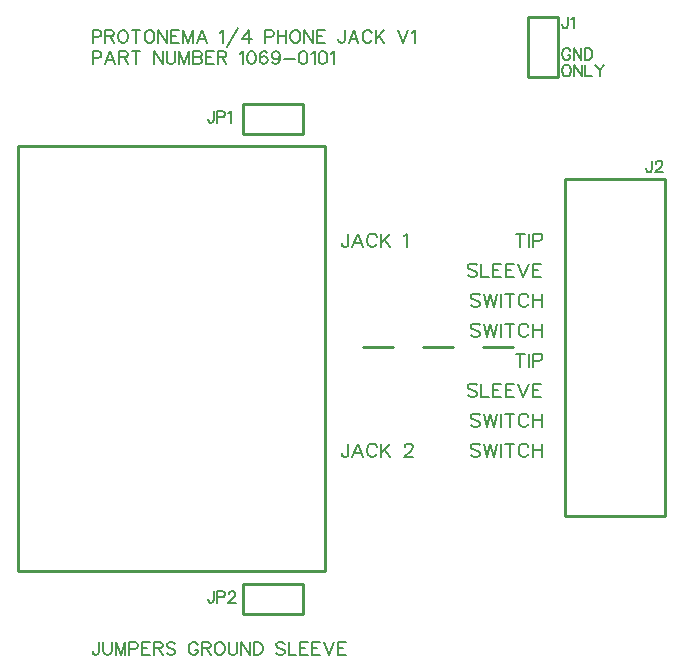
<source format=gto>
G04 Layer: TopSilkscreenLayer*
G04 Panelize: , Column: 2, Row: 2, Board Size: 58.42mm x 58.42mm, Panelized Board Size: 118.84mm x 118.84mm*
G04 EasyEDA v6.5.34, 2023-08-21 18:11:39*
G04 c5000755a1824bbf9c005c744657698a,5a6b42c53f6a479593ecc07194224c93,10*
G04 Gerber Generator version 0.2*
G04 Scale: 100 percent, Rotated: No, Reflected: No *
G04 Dimensions in millimeters *
G04 leading zeros omitted , absolute positions ,4 integer and 5 decimal *
%FSLAX45Y45*%
%MOMM*%

%ADD10C,0.1524*%
%ADD11C,0.2540*%

%LPD*%
D10*
X762000Y5423915D02*
G01*
X762000Y5314950D01*
X762000Y5423915D02*
G01*
X808736Y5423915D01*
X824229Y5418836D01*
X829563Y5413502D01*
X834644Y5403087D01*
X834644Y5387594D01*
X829563Y5377179D01*
X824229Y5372100D01*
X808736Y5366765D01*
X762000Y5366765D01*
X910589Y5423915D02*
G01*
X868934Y5314950D01*
X910589Y5423915D02*
G01*
X952245Y5314950D01*
X884681Y5351271D02*
G01*
X936497Y5351271D01*
X986536Y5423915D02*
G01*
X986536Y5314950D01*
X986536Y5423915D02*
G01*
X1033271Y5423915D01*
X1048765Y5418836D01*
X1054100Y5413502D01*
X1059179Y5403087D01*
X1059179Y5392673D01*
X1054100Y5382260D01*
X1048765Y5377179D01*
X1033271Y5372100D01*
X986536Y5372100D01*
X1022857Y5372100D02*
G01*
X1059179Y5314950D01*
X1129792Y5423915D02*
G01*
X1129792Y5314950D01*
X1093470Y5423915D02*
G01*
X1166113Y5423915D01*
X1280413Y5423915D02*
G01*
X1280413Y5314950D01*
X1280413Y5423915D02*
G01*
X1353312Y5314950D01*
X1353312Y5423915D02*
G01*
X1353312Y5314950D01*
X1387602Y5423915D02*
G01*
X1387602Y5345937D01*
X1392681Y5330444D01*
X1403095Y5320029D01*
X1418589Y5314950D01*
X1429004Y5314950D01*
X1444752Y5320029D01*
X1455165Y5330444D01*
X1460245Y5345937D01*
X1460245Y5423915D01*
X1494536Y5423915D02*
G01*
X1494536Y5314950D01*
X1494536Y5423915D02*
G01*
X1536192Y5314950D01*
X1577594Y5423915D02*
G01*
X1536192Y5314950D01*
X1577594Y5423915D02*
G01*
X1577594Y5314950D01*
X1611884Y5423915D02*
G01*
X1611884Y5314950D01*
X1611884Y5423915D02*
G01*
X1658620Y5423915D01*
X1674368Y5418836D01*
X1679447Y5413502D01*
X1684781Y5403087D01*
X1684781Y5392673D01*
X1679447Y5382260D01*
X1674368Y5377179D01*
X1658620Y5372100D01*
X1611884Y5372100D02*
G01*
X1658620Y5372100D01*
X1674368Y5366765D01*
X1679447Y5361686D01*
X1684781Y5351271D01*
X1684781Y5335523D01*
X1679447Y5325110D01*
X1674368Y5320029D01*
X1658620Y5314950D01*
X1611884Y5314950D01*
X1719071Y5423915D02*
G01*
X1719071Y5314950D01*
X1719071Y5423915D02*
G01*
X1786636Y5423915D01*
X1719071Y5372100D02*
G01*
X1760473Y5372100D01*
X1719071Y5314950D02*
G01*
X1786636Y5314950D01*
X1820926Y5423915D02*
G01*
X1820926Y5314950D01*
X1820926Y5423915D02*
G01*
X1867662Y5423915D01*
X1883155Y5418836D01*
X1888489Y5413502D01*
X1893570Y5403087D01*
X1893570Y5392673D01*
X1888489Y5382260D01*
X1883155Y5377179D01*
X1867662Y5372100D01*
X1820926Y5372100D01*
X1857247Y5372100D02*
G01*
X1893570Y5314950D01*
X2007870Y5403087D02*
G01*
X2018284Y5408421D01*
X2033777Y5423915D01*
X2033777Y5314950D01*
X2099309Y5423915D02*
G01*
X2083815Y5418836D01*
X2073402Y5403087D01*
X2068068Y5377179D01*
X2068068Y5361686D01*
X2073402Y5335523D01*
X2083815Y5320029D01*
X2099309Y5314950D01*
X2109724Y5314950D01*
X2125218Y5320029D01*
X2135631Y5335523D01*
X2140965Y5361686D01*
X2140965Y5377179D01*
X2135631Y5403087D01*
X2125218Y5418836D01*
X2109724Y5423915D01*
X2099309Y5423915D01*
X2237486Y5408421D02*
G01*
X2232406Y5418836D01*
X2216658Y5423915D01*
X2206243Y5423915D01*
X2190750Y5418836D01*
X2180336Y5403087D01*
X2175256Y5377179D01*
X2175256Y5351271D01*
X2180336Y5330444D01*
X2190750Y5320029D01*
X2206243Y5314950D01*
X2211577Y5314950D01*
X2227072Y5320029D01*
X2237486Y5330444D01*
X2242820Y5345937D01*
X2242820Y5351271D01*
X2237486Y5366765D01*
X2227072Y5377179D01*
X2211577Y5382260D01*
X2206243Y5382260D01*
X2190750Y5377179D01*
X2180336Y5366765D01*
X2175256Y5351271D01*
X2344420Y5387594D02*
G01*
X2339340Y5372100D01*
X2328925Y5361686D01*
X2313431Y5356352D01*
X2308097Y5356352D01*
X2292604Y5361686D01*
X2282190Y5372100D01*
X2277109Y5387594D01*
X2277109Y5392673D01*
X2282190Y5408421D01*
X2292604Y5418836D01*
X2308097Y5423915D01*
X2313431Y5423915D01*
X2328925Y5418836D01*
X2339340Y5408421D01*
X2344420Y5387594D01*
X2344420Y5361686D01*
X2339340Y5335523D01*
X2328925Y5320029D01*
X2313431Y5314950D01*
X2303018Y5314950D01*
X2287270Y5320029D01*
X2282190Y5330444D01*
X2378709Y5361686D02*
G01*
X2472436Y5361686D01*
X2537713Y5423915D02*
G01*
X2522220Y5418836D01*
X2511806Y5403087D01*
X2506725Y5377179D01*
X2506725Y5361686D01*
X2511806Y5335523D01*
X2522220Y5320029D01*
X2537713Y5314950D01*
X2548127Y5314950D01*
X2563875Y5320029D01*
X2574290Y5335523D01*
X2579370Y5361686D01*
X2579370Y5377179D01*
X2574290Y5403087D01*
X2563875Y5418836D01*
X2548127Y5423915D01*
X2537713Y5423915D01*
X2613659Y5403087D02*
G01*
X2624074Y5408421D01*
X2639568Y5423915D01*
X2639568Y5314950D01*
X2705100Y5423915D02*
G01*
X2689606Y5418836D01*
X2679191Y5403087D01*
X2673858Y5377179D01*
X2673858Y5361686D01*
X2679191Y5335523D01*
X2689606Y5320029D01*
X2705100Y5314950D01*
X2715513Y5314950D01*
X2731008Y5320029D01*
X2741422Y5335523D01*
X2746756Y5361686D01*
X2746756Y5377179D01*
X2741422Y5403087D01*
X2731008Y5418836D01*
X2715513Y5423915D01*
X2705100Y5423915D01*
X2781045Y5403087D02*
G01*
X2791459Y5408421D01*
X2806954Y5423915D01*
X2806954Y5314950D01*
X762000Y5601715D02*
G01*
X762000Y5492750D01*
X762000Y5601715D02*
G01*
X808736Y5601715D01*
X824229Y5596636D01*
X829563Y5591302D01*
X834644Y5580887D01*
X834644Y5565394D01*
X829563Y5554979D01*
X824229Y5549900D01*
X808736Y5544565D01*
X762000Y5544565D01*
X868934Y5601715D02*
G01*
X868934Y5492750D01*
X868934Y5601715D02*
G01*
X915670Y5601715D01*
X931418Y5596636D01*
X936497Y5591302D01*
X941831Y5580887D01*
X941831Y5570473D01*
X936497Y5560060D01*
X931418Y5554979D01*
X915670Y5549900D01*
X868934Y5549900D01*
X905510Y5549900D02*
G01*
X941831Y5492750D01*
X1007110Y5601715D02*
G01*
X996950Y5596636D01*
X986536Y5586221D01*
X981202Y5575807D01*
X976121Y5560060D01*
X976121Y5534152D01*
X981202Y5518657D01*
X986536Y5508244D01*
X996950Y5497829D01*
X1007110Y5492750D01*
X1027937Y5492750D01*
X1038352Y5497829D01*
X1048765Y5508244D01*
X1054100Y5518657D01*
X1059179Y5534152D01*
X1059179Y5560060D01*
X1054100Y5575807D01*
X1048765Y5586221D01*
X1038352Y5596636D01*
X1027937Y5601715D01*
X1007110Y5601715D01*
X1129792Y5601715D02*
G01*
X1129792Y5492750D01*
X1093470Y5601715D02*
G01*
X1166113Y5601715D01*
X1231645Y5601715D02*
G01*
X1221231Y5596636D01*
X1210818Y5586221D01*
X1205737Y5575807D01*
X1200404Y5560060D01*
X1200404Y5534152D01*
X1205737Y5518657D01*
X1210818Y5508244D01*
X1221231Y5497829D01*
X1231645Y5492750D01*
X1252473Y5492750D01*
X1262887Y5497829D01*
X1273302Y5508244D01*
X1278381Y5518657D01*
X1283715Y5534152D01*
X1283715Y5560060D01*
X1278381Y5575807D01*
X1273302Y5586221D01*
X1262887Y5596636D01*
X1252473Y5601715D01*
X1231645Y5601715D01*
X1318005Y5601715D02*
G01*
X1318005Y5492750D01*
X1318005Y5601715D02*
G01*
X1390650Y5492750D01*
X1390650Y5601715D02*
G01*
X1390650Y5492750D01*
X1424939Y5601715D02*
G01*
X1424939Y5492750D01*
X1424939Y5601715D02*
G01*
X1492504Y5601715D01*
X1424939Y5549900D02*
G01*
X1466595Y5549900D01*
X1424939Y5492750D02*
G01*
X1492504Y5492750D01*
X1526794Y5601715D02*
G01*
X1526794Y5492750D01*
X1526794Y5601715D02*
G01*
X1568450Y5492750D01*
X1609852Y5601715D02*
G01*
X1568450Y5492750D01*
X1609852Y5601715D02*
G01*
X1609852Y5492750D01*
X1685797Y5601715D02*
G01*
X1644142Y5492750D01*
X1685797Y5601715D02*
G01*
X1727200Y5492750D01*
X1659889Y5529071D02*
G01*
X1711705Y5529071D01*
X1841500Y5580887D02*
G01*
X1851913Y5586221D01*
X1867662Y5601715D01*
X1867662Y5492750D01*
X1995424Y5622544D02*
G01*
X1901952Y5456173D01*
X2081529Y5601715D02*
G01*
X2029713Y5529071D01*
X2107691Y5529071D01*
X2081529Y5601715D02*
G01*
X2081529Y5492750D01*
X2221991Y5601715D02*
G01*
X2221991Y5492750D01*
X2221991Y5601715D02*
G01*
X2268727Y5601715D01*
X2284222Y5596636D01*
X2289556Y5591302D01*
X2294636Y5580887D01*
X2294636Y5565394D01*
X2289556Y5554979D01*
X2284222Y5549900D01*
X2268727Y5544565D01*
X2221991Y5544565D01*
X2328925Y5601715D02*
G01*
X2328925Y5492750D01*
X2401570Y5601715D02*
G01*
X2401570Y5492750D01*
X2328925Y5549900D02*
G01*
X2401570Y5549900D01*
X2467102Y5601715D02*
G01*
X2456688Y5596636D01*
X2446274Y5586221D01*
X2441193Y5575807D01*
X2435859Y5560060D01*
X2435859Y5534152D01*
X2441193Y5518657D01*
X2446274Y5508244D01*
X2456688Y5497829D01*
X2467102Y5492750D01*
X2487929Y5492750D01*
X2498343Y5497829D01*
X2508758Y5508244D01*
X2513838Y5518657D01*
X2519172Y5534152D01*
X2519172Y5560060D01*
X2513838Y5575807D01*
X2508758Y5586221D01*
X2498343Y5596636D01*
X2487929Y5601715D01*
X2467102Y5601715D01*
X2553461Y5601715D02*
G01*
X2553461Y5492750D01*
X2553461Y5601715D02*
G01*
X2626106Y5492750D01*
X2626106Y5601715D02*
G01*
X2626106Y5492750D01*
X2660395Y5601715D02*
G01*
X2660395Y5492750D01*
X2660395Y5601715D02*
G01*
X2727959Y5601715D01*
X2660395Y5549900D02*
G01*
X2702052Y5549900D01*
X2660395Y5492750D02*
G01*
X2727959Y5492750D01*
X2894329Y5601715D02*
G01*
X2894329Y5518657D01*
X2888995Y5502910D01*
X2883915Y5497829D01*
X2873502Y5492750D01*
X2863088Y5492750D01*
X2852674Y5497829D01*
X2847340Y5502910D01*
X2842259Y5518657D01*
X2842259Y5529071D01*
X2970022Y5601715D02*
G01*
X2928620Y5492750D01*
X2970022Y5601715D02*
G01*
X3011677Y5492750D01*
X2944113Y5529071D02*
G01*
X2995929Y5529071D01*
X3123945Y5575807D02*
G01*
X3118611Y5586221D01*
X3108197Y5596636D01*
X3097784Y5601715D01*
X3077209Y5601715D01*
X3066795Y5596636D01*
X3056381Y5586221D01*
X3051047Y5575807D01*
X3045968Y5560060D01*
X3045968Y5534152D01*
X3051047Y5518657D01*
X3056381Y5508244D01*
X3066795Y5497829D01*
X3077209Y5492750D01*
X3097784Y5492750D01*
X3108197Y5497829D01*
X3118611Y5508244D01*
X3123945Y5518657D01*
X3158236Y5601715D02*
G01*
X3158236Y5492750D01*
X3230879Y5601715D02*
G01*
X3158236Y5529071D01*
X3184143Y5554979D02*
G01*
X3230879Y5492750D01*
X3345179Y5601715D02*
G01*
X3386836Y5492750D01*
X3428238Y5601715D02*
G01*
X3386836Y5492750D01*
X3462527Y5580887D02*
G01*
X3472941Y5586221D01*
X3488690Y5601715D01*
X3488690Y5492750D01*
X4782565Y5714237D02*
G01*
X4782565Y5641594D01*
X4777993Y5627878D01*
X4773422Y5623305D01*
X4764277Y5618734D01*
X4755388Y5618734D01*
X4746243Y5623305D01*
X4741672Y5627878D01*
X4737100Y5641594D01*
X4737100Y5650737D01*
X4812538Y5696204D02*
G01*
X4821681Y5700776D01*
X4835397Y5714237D01*
X4835397Y5618734D01*
X4805172Y5424931D02*
G01*
X4800854Y5434076D01*
X4791709Y5442965D01*
X4782565Y5447537D01*
X4764277Y5447537D01*
X4755388Y5442965D01*
X4746243Y5434076D01*
X4741672Y5424931D01*
X4737100Y5411215D01*
X4737100Y5388610D01*
X4741672Y5374894D01*
X4746243Y5365750D01*
X4755388Y5356605D01*
X4764277Y5352034D01*
X4782565Y5352034D01*
X4791709Y5356605D01*
X4800854Y5365750D01*
X4805172Y5374894D01*
X4805172Y5388610D01*
X4782565Y5388610D02*
G01*
X4805172Y5388610D01*
X4835397Y5447537D02*
G01*
X4835397Y5352034D01*
X4835397Y5447537D02*
G01*
X4898897Y5352034D01*
X4898897Y5447537D02*
G01*
X4898897Y5352034D01*
X4928870Y5447537D02*
G01*
X4928870Y5352034D01*
X4928870Y5447537D02*
G01*
X4960620Y5447537D01*
X4974336Y5442965D01*
X4983479Y5434076D01*
X4988052Y5424931D01*
X4992624Y5411215D01*
X4992624Y5388610D01*
X4988052Y5374894D01*
X4983479Y5365750D01*
X4974336Y5356605D01*
X4960620Y5352034D01*
X4928870Y5352034D01*
X4764277Y5307837D02*
G01*
X4755388Y5303265D01*
X4746243Y5294376D01*
X4741672Y5285231D01*
X4737100Y5271515D01*
X4737100Y5248910D01*
X4741672Y5235194D01*
X4746243Y5226050D01*
X4755388Y5216905D01*
X4764277Y5212334D01*
X4782565Y5212334D01*
X4791709Y5216905D01*
X4800854Y5226050D01*
X4805172Y5235194D01*
X4809743Y5248910D01*
X4809743Y5271515D01*
X4805172Y5285231D01*
X4800854Y5294376D01*
X4791709Y5303265D01*
X4782565Y5307837D01*
X4764277Y5307837D01*
X4839715Y5307837D02*
G01*
X4839715Y5212334D01*
X4839715Y5307837D02*
G01*
X4903470Y5212334D01*
X4903470Y5307837D02*
G01*
X4903470Y5212334D01*
X4933441Y5307837D02*
G01*
X4933441Y5212334D01*
X4933441Y5212334D02*
G01*
X4988052Y5212334D01*
X5018024Y5307837D02*
G01*
X5054345Y5262371D01*
X5054345Y5212334D01*
X5090668Y5307837D02*
G01*
X5054345Y5262371D01*
X5493765Y4495037D02*
G01*
X5493765Y4422394D01*
X5489193Y4408678D01*
X5484622Y4404105D01*
X5475477Y4399534D01*
X5466588Y4399534D01*
X5457443Y4404105D01*
X5452872Y4408678D01*
X5448300Y4422394D01*
X5448300Y4431537D01*
X5528309Y4472431D02*
G01*
X5528309Y4477004D01*
X5532881Y4485894D01*
X5537454Y4490465D01*
X5546597Y4495037D01*
X5564631Y4495037D01*
X5573775Y4490465D01*
X5578347Y4485894D01*
X5582920Y4477004D01*
X5582920Y4467860D01*
X5578347Y4458715D01*
X5569204Y4445000D01*
X5523738Y4399534D01*
X5587491Y4399534D01*
X4381517Y3880223D02*
G01*
X4381517Y3765669D01*
X4343417Y3880223D02*
G01*
X4419871Y3880223D01*
X4455685Y3880223D02*
G01*
X4455685Y3765669D01*
X4491753Y3880223D02*
G01*
X4491753Y3765669D01*
X4491753Y3880223D02*
G01*
X4540775Y3880223D01*
X4557285Y3874889D01*
X4562619Y3869301D01*
X4568207Y3858379D01*
X4568207Y3842123D01*
X4562619Y3831201D01*
X4557285Y3825613D01*
X4540775Y3820279D01*
X4491753Y3820279D01*
X4013454Y3609847D02*
G01*
X4002531Y3620770D01*
X3986022Y3626357D01*
X3964177Y3626357D01*
X3947922Y3620770D01*
X3937000Y3609847D01*
X3937000Y3598926D01*
X3942334Y3588004D01*
X3947922Y3582670D01*
X3958843Y3577081D01*
X3991609Y3566160D01*
X4002531Y3560826D01*
X4007865Y3555492D01*
X4013454Y3544570D01*
X4013454Y3528060D01*
X4002531Y3517137D01*
X3986022Y3511804D01*
X3964177Y3511804D01*
X3947922Y3517137D01*
X3937000Y3528060D01*
X4049268Y3626357D02*
G01*
X4049268Y3511804D01*
X4049268Y3511804D02*
G01*
X4114800Y3511804D01*
X4150868Y3626357D02*
G01*
X4150868Y3511804D01*
X4150868Y3626357D02*
G01*
X4221734Y3626357D01*
X4150868Y3571747D02*
G01*
X4194556Y3571747D01*
X4150868Y3511804D02*
G01*
X4221734Y3511804D01*
X4257802Y3626357D02*
G01*
X4257802Y3511804D01*
X4257802Y3626357D02*
G01*
X4328668Y3626357D01*
X4257802Y3571747D02*
G01*
X4301236Y3571747D01*
X4257802Y3511804D02*
G01*
X4328668Y3511804D01*
X4364736Y3626357D02*
G01*
X4408170Y3511804D01*
X4451858Y3626357D02*
G01*
X4408170Y3511804D01*
X4487925Y3626357D02*
G01*
X4487925Y3511804D01*
X4487925Y3626357D02*
G01*
X4558791Y3626357D01*
X4487925Y3571747D02*
G01*
X4531613Y3571747D01*
X4487925Y3511804D02*
G01*
X4558791Y3511804D01*
X4038854Y3355847D02*
G01*
X4027931Y3366770D01*
X4011422Y3372357D01*
X3989577Y3372357D01*
X3973322Y3366770D01*
X3962400Y3355847D01*
X3962400Y3344926D01*
X3967734Y3334004D01*
X3973322Y3328670D01*
X3984243Y3323081D01*
X4017009Y3312160D01*
X4027931Y3306826D01*
X4033265Y3301492D01*
X4038854Y3290570D01*
X4038854Y3274060D01*
X4027931Y3263137D01*
X4011422Y3257804D01*
X3989577Y3257804D01*
X3973322Y3263137D01*
X3962400Y3274060D01*
X4074668Y3372357D02*
G01*
X4102100Y3257804D01*
X4129277Y3372357D02*
G01*
X4102100Y3257804D01*
X4129277Y3372357D02*
G01*
X4156456Y3257804D01*
X4183888Y3372357D02*
G01*
X4156456Y3257804D01*
X4219956Y3372357D02*
G01*
X4219956Y3257804D01*
X4294124Y3372357D02*
G01*
X4294124Y3257804D01*
X4255770Y3372357D02*
G01*
X4332224Y3372357D01*
X4450079Y3344926D02*
G01*
X4444491Y3355847D01*
X4433570Y3366770D01*
X4422647Y3372357D01*
X4401058Y3372357D01*
X4390136Y3366770D01*
X4379213Y3355847D01*
X4373625Y3344926D01*
X4368291Y3328670D01*
X4368291Y3301492D01*
X4373625Y3284981D01*
X4379213Y3274060D01*
X4390136Y3263137D01*
X4401058Y3257804D01*
X4422647Y3257804D01*
X4433570Y3263137D01*
X4444491Y3274060D01*
X4450079Y3284981D01*
X4486147Y3372357D02*
G01*
X4486147Y3257804D01*
X4562347Y3372357D02*
G01*
X4562347Y3257804D01*
X4486147Y3317747D02*
G01*
X4562347Y3317747D01*
X4038854Y3101847D02*
G01*
X4027931Y3112770D01*
X4011422Y3118357D01*
X3989577Y3118357D01*
X3973322Y3112770D01*
X3962400Y3101847D01*
X3962400Y3090926D01*
X3967734Y3080004D01*
X3973322Y3074670D01*
X3984243Y3069081D01*
X4017009Y3058160D01*
X4027931Y3052826D01*
X4033265Y3047492D01*
X4038854Y3036570D01*
X4038854Y3020060D01*
X4027931Y3009137D01*
X4011422Y3003804D01*
X3989577Y3003804D01*
X3973322Y3009137D01*
X3962400Y3020060D01*
X4074668Y3118357D02*
G01*
X4102100Y3003804D01*
X4129277Y3118357D02*
G01*
X4102100Y3003804D01*
X4129277Y3118357D02*
G01*
X4156456Y3003804D01*
X4183888Y3118357D02*
G01*
X4156456Y3003804D01*
X4219956Y3118357D02*
G01*
X4219956Y3003804D01*
X4294124Y3118357D02*
G01*
X4294124Y3003804D01*
X4255770Y3118357D02*
G01*
X4332224Y3118357D01*
X4450079Y3090926D02*
G01*
X4444491Y3101847D01*
X4433570Y3112770D01*
X4422647Y3118357D01*
X4401058Y3118357D01*
X4390136Y3112770D01*
X4379213Y3101847D01*
X4373625Y3090926D01*
X4368291Y3074670D01*
X4368291Y3047492D01*
X4373625Y3030981D01*
X4379213Y3020060D01*
X4390136Y3009137D01*
X4401058Y3003804D01*
X4422647Y3003804D01*
X4433570Y3009137D01*
X4444491Y3020060D01*
X4450079Y3030981D01*
X4486147Y3118357D02*
G01*
X4486147Y3003804D01*
X4562347Y3118357D02*
G01*
X4562347Y3003804D01*
X4486147Y3063747D02*
G01*
X4562347Y3063747D01*
X4038854Y2085847D02*
G01*
X4027931Y2096770D01*
X4011422Y2102357D01*
X3989577Y2102357D01*
X3973322Y2096770D01*
X3962400Y2085847D01*
X3962400Y2074926D01*
X3967734Y2064004D01*
X3973322Y2058670D01*
X3984243Y2053081D01*
X4017009Y2042160D01*
X4027931Y2036826D01*
X4033265Y2031492D01*
X4038854Y2020570D01*
X4038854Y2004060D01*
X4027931Y1993137D01*
X4011422Y1987804D01*
X3989577Y1987804D01*
X3973322Y1993137D01*
X3962400Y2004060D01*
X4074668Y2102357D02*
G01*
X4102100Y1987804D01*
X4129277Y2102357D02*
G01*
X4102100Y1987804D01*
X4129277Y2102357D02*
G01*
X4156456Y1987804D01*
X4183888Y2102357D02*
G01*
X4156456Y1987804D01*
X4219956Y2102357D02*
G01*
X4219956Y1987804D01*
X4294124Y2102357D02*
G01*
X4294124Y1987804D01*
X4255770Y2102357D02*
G01*
X4332224Y2102357D01*
X4450079Y2074926D02*
G01*
X4444491Y2085847D01*
X4433570Y2096770D01*
X4422647Y2102357D01*
X4401058Y2102357D01*
X4390136Y2096770D01*
X4379213Y2085847D01*
X4373625Y2074926D01*
X4368291Y2058670D01*
X4368291Y2031492D01*
X4373625Y2014981D01*
X4379213Y2004060D01*
X4390136Y1993137D01*
X4401058Y1987804D01*
X4422647Y1987804D01*
X4433570Y1993137D01*
X4444491Y2004060D01*
X4450079Y2014981D01*
X4486147Y2102357D02*
G01*
X4486147Y1987804D01*
X4562347Y2102357D02*
G01*
X4562347Y1987804D01*
X4486147Y2047747D02*
G01*
X4562347Y2047747D01*
X4038854Y2339847D02*
G01*
X4027931Y2350770D01*
X4011422Y2356357D01*
X3989577Y2356357D01*
X3973322Y2350770D01*
X3962400Y2339847D01*
X3962400Y2328926D01*
X3967734Y2318004D01*
X3973322Y2312670D01*
X3984243Y2307081D01*
X4017009Y2296160D01*
X4027931Y2290826D01*
X4033265Y2285492D01*
X4038854Y2274570D01*
X4038854Y2258060D01*
X4027931Y2247137D01*
X4011422Y2241804D01*
X3989577Y2241804D01*
X3973322Y2247137D01*
X3962400Y2258060D01*
X4074668Y2356357D02*
G01*
X4102100Y2241804D01*
X4129277Y2356357D02*
G01*
X4102100Y2241804D01*
X4129277Y2356357D02*
G01*
X4156456Y2241804D01*
X4183888Y2356357D02*
G01*
X4156456Y2241804D01*
X4219956Y2356357D02*
G01*
X4219956Y2241804D01*
X4294124Y2356357D02*
G01*
X4294124Y2241804D01*
X4255770Y2356357D02*
G01*
X4332224Y2356357D01*
X4450079Y2328926D02*
G01*
X4444491Y2339847D01*
X4433570Y2350770D01*
X4422647Y2356357D01*
X4401058Y2356357D01*
X4390136Y2350770D01*
X4379213Y2339847D01*
X4373625Y2328926D01*
X4368291Y2312670D01*
X4368291Y2285492D01*
X4373625Y2268981D01*
X4379213Y2258060D01*
X4390136Y2247137D01*
X4401058Y2241804D01*
X4422647Y2241804D01*
X4433570Y2247137D01*
X4444491Y2258060D01*
X4450079Y2268981D01*
X4486147Y2356357D02*
G01*
X4486147Y2241804D01*
X4562347Y2356357D02*
G01*
X4562347Y2241804D01*
X4486147Y2301747D02*
G01*
X4562347Y2301747D01*
X4013454Y2593847D02*
G01*
X4002531Y2604770D01*
X3986022Y2610357D01*
X3964177Y2610357D01*
X3947922Y2604770D01*
X3937000Y2593847D01*
X3937000Y2582926D01*
X3942334Y2572004D01*
X3947922Y2566670D01*
X3958843Y2561081D01*
X3991609Y2550160D01*
X4002531Y2544826D01*
X4007865Y2539492D01*
X4013454Y2528570D01*
X4013454Y2512060D01*
X4002531Y2501137D01*
X3986022Y2495804D01*
X3964177Y2495804D01*
X3947922Y2501137D01*
X3937000Y2512060D01*
X4049268Y2610357D02*
G01*
X4049268Y2495804D01*
X4049268Y2495804D02*
G01*
X4114800Y2495804D01*
X4150868Y2610357D02*
G01*
X4150868Y2495804D01*
X4150868Y2610357D02*
G01*
X4221734Y2610357D01*
X4150868Y2555747D02*
G01*
X4194556Y2555747D01*
X4150868Y2495804D02*
G01*
X4221734Y2495804D01*
X4257802Y2610357D02*
G01*
X4257802Y2495804D01*
X4257802Y2610357D02*
G01*
X4328668Y2610357D01*
X4257802Y2555747D02*
G01*
X4301236Y2555747D01*
X4257802Y2495804D02*
G01*
X4328668Y2495804D01*
X4364736Y2610357D02*
G01*
X4408170Y2495804D01*
X4451858Y2610357D02*
G01*
X4408170Y2495804D01*
X4487925Y2610357D02*
G01*
X4487925Y2495804D01*
X4487925Y2610357D02*
G01*
X4558791Y2610357D01*
X4487925Y2555747D02*
G01*
X4531613Y2555747D01*
X4487925Y2495804D02*
G01*
X4558791Y2495804D01*
X4381517Y2864223D02*
G01*
X4381517Y2749669D01*
X4343417Y2864223D02*
G01*
X4419871Y2864223D01*
X4455685Y2864223D02*
G01*
X4455685Y2749669D01*
X4491753Y2864223D02*
G01*
X4491753Y2749669D01*
X4491753Y2864223D02*
G01*
X4540775Y2864223D01*
X4557285Y2858889D01*
X4562619Y2853301D01*
X4568207Y2842379D01*
X4568207Y2826123D01*
X4562619Y2815201D01*
X4557285Y2809613D01*
X4540775Y2804279D01*
X4491753Y2804279D01*
X1785345Y4915707D02*
G01*
X1785345Y4843066D01*
X1780778Y4829350D01*
X1776201Y4824775D01*
X1767062Y4820203D01*
X1758167Y4820203D01*
X1749028Y4824775D01*
X1744451Y4829350D01*
X1739879Y4843066D01*
X1739879Y4852207D01*
X1815317Y4915707D02*
G01*
X1815317Y4820203D01*
X1815317Y4915707D02*
G01*
X1856214Y4915707D01*
X1869930Y4911135D01*
X1874499Y4906566D01*
X1879076Y4897673D01*
X1879076Y4883957D01*
X1874499Y4874816D01*
X1869930Y4870241D01*
X1856214Y4865669D01*
X1815317Y4865669D01*
X1909046Y4897673D02*
G01*
X1918195Y4902248D01*
X1931649Y4915707D01*
X1931649Y4820203D01*
X1785365Y851738D02*
G01*
X1785365Y779094D01*
X1780794Y765378D01*
X1776221Y760806D01*
X1767078Y756234D01*
X1758187Y756234D01*
X1749044Y760806D01*
X1744471Y765378D01*
X1739900Y779094D01*
X1739900Y788238D01*
X1815337Y851738D02*
G01*
X1815337Y756234D01*
X1815337Y851738D02*
G01*
X1856231Y851738D01*
X1869947Y847166D01*
X1874520Y842594D01*
X1879092Y833704D01*
X1879092Y819988D01*
X1874520Y810844D01*
X1869947Y806272D01*
X1856231Y801700D01*
X1815337Y801700D01*
X1913636Y829132D02*
G01*
X1913636Y833704D01*
X1917954Y842594D01*
X1922526Y847166D01*
X1931670Y851738D01*
X1949958Y851738D01*
X1958847Y847166D01*
X1963420Y842594D01*
X1967991Y833704D01*
X1967991Y824560D01*
X1963420Y815416D01*
X1954529Y801700D01*
X1909063Y756234D01*
X1972563Y756234D01*
X814070Y420115D02*
G01*
X814070Y337057D01*
X808736Y321310D01*
X803655Y316229D01*
X793242Y311150D01*
X782828Y311150D01*
X772413Y316229D01*
X767079Y321310D01*
X762000Y337057D01*
X762000Y347471D01*
X848360Y420115D02*
G01*
X848360Y342137D01*
X853439Y326644D01*
X863854Y316229D01*
X879347Y311150D01*
X889762Y311150D01*
X905510Y316229D01*
X915670Y326644D01*
X921004Y342137D01*
X921004Y420115D01*
X955294Y420115D02*
G01*
X955294Y311150D01*
X955294Y420115D02*
G01*
X996950Y311150D01*
X1038352Y420115D02*
G01*
X996950Y311150D01*
X1038352Y420115D02*
G01*
X1038352Y311150D01*
X1072642Y420115D02*
G01*
X1072642Y311150D01*
X1072642Y420115D02*
G01*
X1119378Y420115D01*
X1135126Y415036D01*
X1140205Y409702D01*
X1145539Y399287D01*
X1145539Y383794D01*
X1140205Y373379D01*
X1135126Y368300D01*
X1119378Y362965D01*
X1072642Y362965D01*
X1179829Y420115D02*
G01*
X1179829Y311150D01*
X1179829Y420115D02*
G01*
X1247139Y420115D01*
X1179829Y368300D02*
G01*
X1221231Y368300D01*
X1179829Y311150D02*
G01*
X1247139Y311150D01*
X1281429Y420115D02*
G01*
X1281429Y311150D01*
X1281429Y420115D02*
G01*
X1328420Y420115D01*
X1343913Y415036D01*
X1348994Y409702D01*
X1354328Y399287D01*
X1354328Y388873D01*
X1348994Y378460D01*
X1343913Y373379D01*
X1328420Y368300D01*
X1281429Y368300D01*
X1318005Y368300D02*
G01*
X1354328Y311150D01*
X1461262Y404621D02*
G01*
X1450847Y415036D01*
X1435354Y420115D01*
X1414526Y420115D01*
X1399031Y415036D01*
X1388618Y404621D01*
X1388618Y394207D01*
X1393697Y383794D01*
X1399031Y378460D01*
X1409445Y373379D01*
X1440434Y362965D01*
X1450847Y357886D01*
X1456181Y352552D01*
X1461262Y342137D01*
X1461262Y326644D01*
X1450847Y316229D01*
X1435354Y311150D01*
X1414526Y311150D01*
X1399031Y316229D01*
X1388618Y326644D01*
X1653539Y394207D02*
G01*
X1648460Y404621D01*
X1638045Y415036D01*
X1627631Y420115D01*
X1606804Y420115D01*
X1596389Y415036D01*
X1585976Y404621D01*
X1580895Y394207D01*
X1575562Y378460D01*
X1575562Y352552D01*
X1580895Y337057D01*
X1585976Y326644D01*
X1596389Y316229D01*
X1606804Y311150D01*
X1627631Y311150D01*
X1638045Y316229D01*
X1648460Y326644D01*
X1653539Y337057D01*
X1653539Y352552D01*
X1627631Y352552D02*
G01*
X1653539Y352552D01*
X1687829Y420115D02*
G01*
X1687829Y311150D01*
X1687829Y420115D02*
G01*
X1734565Y420115D01*
X1750060Y415036D01*
X1755394Y409702D01*
X1760473Y399287D01*
X1760473Y388873D01*
X1755394Y378460D01*
X1750060Y373379D01*
X1734565Y368300D01*
X1687829Y368300D01*
X1724152Y368300D02*
G01*
X1760473Y311150D01*
X1826005Y420115D02*
G01*
X1815592Y415036D01*
X1805178Y404621D01*
X1800097Y394207D01*
X1794763Y378460D01*
X1794763Y352552D01*
X1800097Y337057D01*
X1805178Y326644D01*
X1815592Y316229D01*
X1826005Y311150D01*
X1846834Y311150D01*
X1857247Y316229D01*
X1867662Y326644D01*
X1872742Y337057D01*
X1878076Y352552D01*
X1878076Y378460D01*
X1872742Y394207D01*
X1867662Y404621D01*
X1857247Y415036D01*
X1846834Y420115D01*
X1826005Y420115D01*
X1912365Y420115D02*
G01*
X1912365Y342137D01*
X1917445Y326644D01*
X1927860Y316229D01*
X1943354Y311150D01*
X1953768Y311150D01*
X1969515Y316229D01*
X1979929Y326644D01*
X1985009Y342137D01*
X1985009Y420115D01*
X2019300Y420115D02*
G01*
X2019300Y311150D01*
X2019300Y420115D02*
G01*
X2091943Y311150D01*
X2091943Y420115D02*
G01*
X2091943Y311150D01*
X2126234Y420115D02*
G01*
X2126234Y311150D01*
X2126234Y420115D02*
G01*
X2162809Y420115D01*
X2178304Y415036D01*
X2188718Y404621D01*
X2193797Y394207D01*
X2199131Y378460D01*
X2199131Y352552D01*
X2193797Y337057D01*
X2188718Y326644D01*
X2178304Y316229D01*
X2162809Y311150D01*
X2126234Y311150D01*
X2386075Y404621D02*
G01*
X2375661Y415036D01*
X2360168Y420115D01*
X2339340Y420115D01*
X2323845Y415036D01*
X2313431Y404621D01*
X2313431Y394207D01*
X2318511Y383794D01*
X2323845Y378460D01*
X2334259Y373379D01*
X2365247Y362965D01*
X2375661Y357886D01*
X2380995Y352552D01*
X2386075Y342137D01*
X2386075Y326644D01*
X2375661Y316229D01*
X2360168Y311150D01*
X2339340Y311150D01*
X2323845Y316229D01*
X2313431Y326644D01*
X2420365Y420115D02*
G01*
X2420365Y311150D01*
X2420365Y311150D02*
G01*
X2482850Y311150D01*
X2517140Y420115D02*
G01*
X2517140Y311150D01*
X2517140Y420115D02*
G01*
X2584450Y420115D01*
X2517140Y368300D02*
G01*
X2558541Y368300D01*
X2517140Y311150D02*
G01*
X2584450Y311150D01*
X2618740Y420115D02*
G01*
X2618740Y311150D01*
X2618740Y420115D02*
G01*
X2686304Y420115D01*
X2618740Y368300D02*
G01*
X2660395Y368300D01*
X2618740Y311150D02*
G01*
X2686304Y311150D01*
X2720593Y420115D02*
G01*
X2762250Y311150D01*
X2803906Y420115D02*
G01*
X2762250Y311150D01*
X2838195Y420115D02*
G01*
X2838195Y311150D01*
X2838195Y420115D02*
G01*
X2905759Y420115D01*
X2838195Y368300D02*
G01*
X2879597Y368300D01*
X2838195Y311150D02*
G01*
X2905759Y311150D01*
X2924809Y3880357D02*
G01*
X2924809Y3792981D01*
X2919222Y3776726D01*
X2913888Y3771137D01*
X2902965Y3765804D01*
X2892043Y3765804D01*
X2881122Y3771137D01*
X2875534Y3776726D01*
X2870200Y3792981D01*
X2870200Y3803904D01*
X3004311Y3880357D02*
G01*
X2960624Y3765804D01*
X3004311Y3880357D02*
G01*
X3048000Y3765804D01*
X2977134Y3803904D02*
G01*
X3031743Y3803904D01*
X3165856Y3852926D02*
G01*
X3160268Y3863847D01*
X3149345Y3874770D01*
X3138677Y3880357D01*
X3116834Y3880357D01*
X3105911Y3874770D01*
X3094990Y3863847D01*
X3089402Y3852926D01*
X3084068Y3836670D01*
X3084068Y3809492D01*
X3089402Y3792981D01*
X3094990Y3782060D01*
X3105911Y3771137D01*
X3116834Y3765804D01*
X3138677Y3765804D01*
X3149345Y3771137D01*
X3160268Y3782060D01*
X3165856Y3792981D01*
X3201924Y3880357D02*
G01*
X3201924Y3765804D01*
X3278124Y3880357D02*
G01*
X3201924Y3803904D01*
X3229102Y3831081D02*
G01*
X3278124Y3765804D01*
X3398265Y3858513D02*
G01*
X3409188Y3863847D01*
X3425443Y3880357D01*
X3425443Y3765804D01*
X2924809Y2102297D02*
G01*
X2924809Y2014921D01*
X2919222Y1998665D01*
X2913888Y1993077D01*
X2902965Y1987743D01*
X2892043Y1987743D01*
X2881122Y1993077D01*
X2875534Y1998665D01*
X2870200Y2014921D01*
X2870200Y2025843D01*
X3004311Y2102297D02*
G01*
X2960624Y1987743D01*
X3004311Y2102297D02*
G01*
X3048000Y1987743D01*
X2977134Y2025843D02*
G01*
X3031743Y2025843D01*
X3165856Y2075119D02*
G01*
X3160268Y2086041D01*
X3149345Y2096709D01*
X3138677Y2102297D01*
X3116834Y2102297D01*
X3105911Y2096709D01*
X3094990Y2086041D01*
X3089402Y2075119D01*
X3084068Y2058609D01*
X3084068Y2031431D01*
X3089402Y2014921D01*
X3094990Y2003999D01*
X3105911Y1993077D01*
X3116834Y1987743D01*
X3138677Y1987743D01*
X3149345Y1993077D01*
X3160268Y2003999D01*
X3165856Y2014921D01*
X3201924Y2102297D02*
G01*
X3201924Y1987743D01*
X3278124Y2102297D02*
G01*
X3201924Y2025843D01*
X3229102Y2053275D02*
G01*
X3278124Y1987743D01*
X3403600Y2075119D02*
G01*
X3403600Y2080453D01*
X3409188Y2091375D01*
X3414522Y2096709D01*
X3425443Y2102297D01*
X3447288Y2102297D01*
X3458209Y2096709D01*
X3463543Y2091375D01*
X3469131Y2080453D01*
X3469131Y2069531D01*
X3463543Y2058609D01*
X3452622Y2042353D01*
X3398265Y1987743D01*
X3474465Y1987743D01*
D11*
X2540012Y915995D02*
G01*
X2540012Y661995D01*
X2032012Y661995D01*
X2032012Y915995D01*
X2540012Y915995D01*
X2540012Y661995D01*
X2540000Y4979987D02*
G01*
X2540000Y4725987D01*
X2032000Y4725987D01*
X2032000Y4979987D01*
X2540000Y4979987D01*
X2540000Y4725987D01*
X3047989Y2920994D02*
G01*
X3301989Y2920994D01*
X3555997Y2920994D02*
G01*
X3809997Y2920994D01*
X4063997Y2920994D02*
G01*
X4317997Y2920994D01*
X4445000Y5715000D02*
G01*
X4699000Y5715000D01*
X4699000Y5207000D01*
X4445000Y5207000D01*
X4445000Y5715000D01*
X127000Y4624400D02*
G01*
X2726994Y4624400D01*
X2726994Y1024407D01*
X127000Y1024407D01*
X127000Y4624400D01*
X4756581Y4340605D02*
G01*
X5606592Y4340605D01*
X5606592Y1490598D01*
X4756581Y1490598D01*
X4756581Y4340605D01*
M02*

</source>
